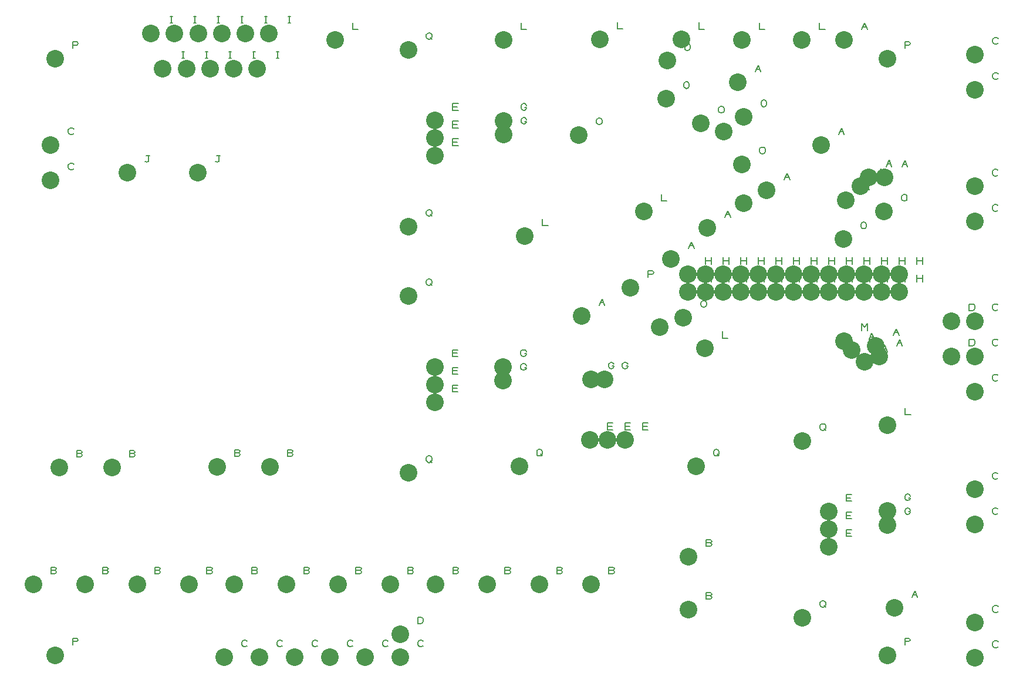
<source format=gbr>
%FSLAX23Y23*%
%MOIN*%
G04 EasyPC Gerber Version 17.0 Build 3379 *
%ADD26C,0.00500*%
%ADD129C,0.10000*%
X0Y0D02*
D02*
D26*
X275Y793D02*
X281Y789D01*
X284Y783*
X281Y777*
X275Y774*
X253*
Y811*
X275*
X281Y808*
X284Y802*
X281Y796*
X275Y793*
X253*
X383Y3073D02*
X380Y3070D01*
X373Y3067*
X364*
X358Y3070*
X355Y3073*
X352Y3079*
Y3092*
X355Y3098*
X358Y3101*
X364Y3104*
X373*
X380Y3101*
X383Y3098*
Y3273D02*
X380Y3270D01*
X373Y3267*
X364*
X358Y3270*
X355Y3273*
X352Y3279*
Y3292*
X355Y3298*
X358Y3301*
X364Y3304*
X373*
X380Y3301*
X383Y3298*
X378Y370D02*
Y407D01*
X400*
X406Y404*
X409Y398*
X406Y392*
X400Y389*
X378*
Y3756D02*
Y3793D01*
X400*
X406Y3790*
X409Y3784*
X406Y3778*
X400Y3775*
X378*
X422Y1456D02*
X428Y1453D01*
X431Y1446*
X428Y1440*
X422Y1437*
X400*
Y1474*
X422*
X428Y1471*
X431Y1465*
X428Y1459*
X422Y1456*
X400*
X570Y793D02*
X576Y789D01*
X580Y783*
X576Y777*
X570Y774*
X548*
Y811*
X570*
X576Y808*
X580Y802*
X576Y796*
X570Y793*
X548*
X722Y1456D02*
X728Y1453D01*
X731Y1446*
X728Y1440*
X722Y1437*
X700*
Y1474*
X722*
X728Y1471*
X731Y1465*
X728Y1459*
X722Y1456*
X700*
X789Y3115D02*
X792Y3112D01*
X798Y3109*
X804Y3112*
X807Y3115*
Y3147*
X814*
X807D02*
X795D01*
X866Y793D02*
X872Y789D01*
X875Y783*
X872Y777*
X866Y774*
X844*
Y811*
X866*
X872Y808*
X875Y802*
X872Y796*
X866Y793*
X844*
X931Y3899D02*
X944D01*
X937D02*
Y3936D01*
X931D02*
X944D01*
X998Y3699D02*
X1011D01*
X1004D02*
Y3736D01*
X998D02*
X1011D01*
X1065Y3899D02*
X1078D01*
X1071D02*
Y3936D01*
X1065D02*
X1078D01*
X1132Y3699D02*
X1145D01*
X1138D02*
Y3736D01*
X1132D02*
X1145D01*
X1161Y793D02*
X1167Y789D01*
X1170Y783*
X1167Y777*
X1161Y774*
X1139*
Y811*
X1161*
X1167Y808*
X1170Y802*
X1167Y796*
X1161Y793*
X1139*
X1189Y3115D02*
X1192Y3112D01*
X1198Y3109*
X1204Y3112*
X1207Y3115*
Y3147*
X1214*
X1207D02*
X1195D01*
X1199Y3899D02*
X1212D01*
X1205D02*
Y3936D01*
X1199D02*
X1212D01*
X1266Y3699D02*
X1279D01*
X1272D02*
Y3736D01*
X1266D02*
X1279D01*
X1319Y1460D02*
X1326Y1456D01*
X1329Y1450*
X1326Y1444*
X1319Y1441*
X1297*
Y1478*
X1319*
X1326Y1475*
X1329Y1469*
X1326Y1463*
X1319Y1460*
X1297*
X1333Y3899D02*
X1346D01*
X1339D02*
Y3936D01*
X1333D02*
X1346D01*
X1368Y365D02*
X1365Y362D01*
X1359Y359*
X1349*
X1343Y362*
X1340Y365*
X1337Y372*
Y384*
X1340Y390*
X1343Y394*
X1349Y397*
X1359*
X1365Y394*
X1368Y390*
X1400Y3699D02*
X1413D01*
X1406D02*
Y3736D01*
X1400D02*
X1413D01*
X1417Y793D02*
X1423Y789D01*
X1426Y783*
X1423Y777*
X1417Y774*
X1395*
Y811*
X1417*
X1423Y808*
X1426Y802*
X1423Y796*
X1417Y793*
X1395*
X1467Y3899D02*
X1480D01*
X1473D02*
Y3936D01*
X1467D02*
X1480D01*
X1534Y3699D02*
X1547D01*
X1540D02*
Y3736D01*
X1534D02*
X1547D01*
X1568Y365D02*
X1565Y362D01*
X1559Y359*
X1549*
X1543Y362*
X1540Y365*
X1537Y372*
Y384*
X1540Y390*
X1543Y394*
X1549Y397*
X1559*
X1565Y394*
X1568Y390*
X1601Y3899D02*
X1614D01*
X1607D02*
Y3936D01*
X1601D02*
X1614D01*
X1619Y1460D02*
X1626Y1456D01*
X1629Y1450*
X1626Y1444*
X1619Y1441*
X1597*
Y1478*
X1619*
X1626Y1475*
X1629Y1469*
X1626Y1463*
X1619Y1460*
X1597*
X1712Y793D02*
X1718Y789D01*
X1721Y783*
X1718Y777*
X1712Y774*
X1690*
Y811*
X1712*
X1718Y808*
X1721Y802*
X1718Y796*
X1712Y793*
X1690*
X1768Y365D02*
X1765Y362D01*
X1759Y359*
X1749*
X1743Y362*
X1740Y365*
X1737Y372*
Y384*
X1740Y390*
X1743Y394*
X1749Y397*
X1759*
X1765Y394*
X1768Y390*
X1968Y365D02*
X1965Y362D01*
X1959Y359*
X1949*
X1943Y362*
X1940Y365*
X1937Y372*
Y384*
X1940Y390*
X1943Y394*
X1949Y397*
X1959*
X1965Y394*
X1968Y390*
X1968Y3900D02*
Y3862D01*
X1999*
X2007Y793D02*
X2014Y789D01*
X2017Y783*
X2014Y777*
X2007Y774*
X1985*
Y811*
X2007*
X2014Y808*
X2017Y802*
X2014Y796*
X2007Y793*
X1985*
X2168Y365D02*
X2165Y362D01*
X2159Y359*
X2149*
X2143Y362*
X2140Y365*
X2137Y372*
Y384*
X2140Y390*
X2143Y394*
X2149Y397*
X2159*
X2165Y394*
X2168Y390*
X2303Y793D02*
X2309Y789D01*
X2312Y783*
X2309Y777*
X2303Y774*
X2281*
Y811*
X2303*
X2309Y808*
X2312Y802*
X2309Y796*
X2303Y793*
X2281*
X2368Y365D02*
X2365Y362D01*
X2359Y359*
X2349*
X2343Y362*
X2340Y365*
X2337Y372*
Y384*
X2340Y390*
X2343Y394*
X2349Y397*
X2359*
X2365Y394*
X2368Y390*
X2337Y491D02*
Y528D01*
X2356*
X2362Y525*
X2365Y522*
X2368Y516*
Y503*
X2365Y497*
X2362Y494*
X2356Y491*
X2337*
X2385Y1418D02*
Y1430D01*
X2389Y1437*
X2392Y1440*
X2398Y1443*
X2404*
X2410Y1440*
X2413Y1437*
X2417Y1430*
Y1418*
X2413Y1412*
X2410Y1409*
X2404Y1405*
X2398*
X2392Y1409*
X2389Y1412*
X2385Y1418*
X2407Y1415D02*
X2417Y1405D01*
X2385Y2422D02*
Y2434D01*
X2389Y2441*
X2392Y2444*
X2398Y2447*
X2404*
X2410Y2444*
X2413Y2441*
X2417Y2434*
Y2422*
X2413Y2416*
X2410Y2412*
X2404Y2409*
X2398*
X2392Y2412*
X2389Y2416*
X2385Y2422*
X2407Y2419D02*
X2417Y2409D01*
X2386Y2816D02*
Y2828D01*
X2389Y2834*
X2393Y2837*
X2399Y2841*
X2405*
X2411Y2837*
X2414Y2834*
X2418Y2828*
Y2816*
X2414Y2809*
X2411Y2806*
X2405Y2803*
X2399*
X2393Y2806*
X2389Y2809*
X2386Y2816*
X2408Y2812D02*
X2418Y2803D01*
X2386Y3819D02*
Y3832D01*
X2389Y3838*
X2393Y3841*
X2399Y3844*
X2405*
X2411Y3841*
X2414Y3838*
X2418Y3832*
Y3819*
X2414Y3813*
X2411Y3810*
X2405Y3807*
X2399*
X2393Y3810*
X2389Y3813*
X2386Y3819*
X2408Y3816D02*
X2418Y3807D01*
X2535Y1807D02*
Y1845D01*
X2566*
X2560Y1826D02*
X2535D01*
Y1807D02*
X2566D01*
X2535Y1907D02*
Y1945D01*
X2566*
X2560Y1926D02*
X2535D01*
Y1907D02*
X2566D01*
X2535Y2007D02*
Y2045D01*
X2566*
X2560Y2026D02*
X2535D01*
Y2007D02*
X2566D01*
X2536Y3205D02*
Y3243D01*
X2567*
X2561Y3224D02*
X2536D01*
Y3205D02*
X2567D01*
X2536Y3305D02*
Y3343D01*
X2567*
X2561Y3324D02*
X2536D01*
Y3305D02*
X2567D01*
X2536Y3405D02*
Y3443D01*
X2567*
X2561Y3424D02*
X2536D01*
Y3405D02*
X2567D01*
X2558Y793D02*
X2565Y789D01*
X2568Y783*
X2565Y777*
X2558Y774*
X2537*
Y811*
X2558*
X2565Y808*
X2568Y802*
X2565Y796*
X2558Y793*
X2537*
X2854D02*
X2860Y789D01*
X2863Y783*
X2860Y777*
X2854Y774*
X2832*
Y811*
X2854*
X2860Y808*
X2863Y802*
X2860Y796*
X2854Y793*
X2832*
X2944Y1945D02*
X2954D01*
Y1942*
X2951Y1935*
X2947Y1932*
X2941Y1929*
X2935*
X2929Y1932*
X2926Y1935*
X2922Y1942*
Y1954*
X2926Y1960*
X2929Y1963*
X2935Y1967*
X2941*
X2947Y1963*
X2951Y1960*
X2954Y1954*
X2944Y2023D02*
X2954D01*
Y2020*
X2951Y2014*
X2947Y2011*
X2941Y2008*
X2935*
X2929Y2011*
X2926Y2014*
X2922Y2020*
Y2033*
X2926Y2039*
X2929Y2042*
X2935Y2045*
X2941*
X2947Y2042*
X2951Y2039*
X2954Y2033*
X2946Y3341D02*
X2956D01*
Y3338*
X2952Y3332*
X2949Y3329*
X2943Y3326*
X2937*
X2931Y3329*
X2927Y3332*
X2924Y3338*
Y3351*
X2927Y3357*
X2931Y3360*
X2937Y3363*
X2943*
X2949Y3360*
X2952Y3357*
X2956Y3351*
X2946Y3420D02*
X2956D01*
Y3417*
X2952Y3411*
X2949Y3408*
X2943Y3404*
X2937*
X2931Y3408*
X2927Y3411*
X2924Y3417*
Y3429*
X2927Y3436*
X2931Y3439*
X2937Y3442*
X2943*
X2949Y3439*
X2952Y3436*
X2956Y3429*
X2924Y3900D02*
Y3862D01*
X2956*
X3013Y1455D02*
Y1467D01*
X3016Y1473*
X3019Y1477*
X3025Y1480*
X3032*
X3038Y1477*
X3041Y1473*
X3044Y1467*
Y1455*
X3041Y1448*
X3038Y1445*
X3032Y1442*
X3025*
X3019Y1445*
X3016Y1448*
X3013Y1455*
X3035Y1452D02*
X3044Y1442D01*
X3046Y2787D02*
Y2750D01*
X3078*
X3149Y793D02*
X3155Y789D01*
X3158Y783*
X3155Y777*
X3149Y774*
X3127*
Y811*
X3149*
X3155Y808*
X3158Y802*
X3155Y796*
X3149Y793*
X3127*
X3352Y3335D02*
Y3348D01*
X3356Y3354*
X3359Y3357*
X3365Y3360*
X3371*
X3377Y3357*
X3381Y3354*
X3384Y3348*
Y3335*
X3381Y3329*
X3377Y3326*
X3371Y3323*
X3365*
X3359Y3326*
X3356Y3329*
X3352Y3335*
X3367Y2296D02*
X3383Y2334D01*
X3399Y2296*
X3374Y2312D02*
X3392D01*
X3415Y1591D02*
Y1629D01*
X3446*
X3440Y1610D02*
X3415D01*
Y1591D02*
X3446D01*
X3442Y1953D02*
X3452D01*
Y1949*
X3449Y1943*
X3445Y1940*
X3439Y1937*
X3433*
X3427Y1940*
X3424Y1943*
X3420Y1949*
Y1962*
X3424Y1968*
X3427Y1971*
X3433Y1974*
X3439*
X3445Y1971*
X3449Y1968*
X3452Y1962*
X3444Y793D02*
X3451Y789D01*
X3454Y783*
X3451Y777*
X3444Y774*
X3422*
Y811*
X3444*
X3451Y808*
X3454Y802*
X3451Y796*
X3444Y793*
X3422*
X3471Y3904D02*
Y3866D01*
X3502*
X3521Y1953D02*
X3530D01*
Y1949*
X3527Y1943*
X3524Y1940*
X3518Y1937*
X3512*
X3505Y1940*
X3502Y1943*
X3499Y1949*
Y1962*
X3502Y1968*
X3505Y1971*
X3512Y1974*
X3518*
X3524Y1971*
X3527Y1968*
X3530Y1962*
X3515Y1591D02*
Y1629D01*
X3546*
X3540Y1610D02*
X3515D01*
Y1591D02*
X3546D01*
X3615D02*
Y1629D01*
X3646*
X3640Y1610D02*
X3615D01*
Y1591D02*
X3646D01*
X3646Y2457D02*
Y2494D01*
X3668*
X3674Y2491*
X3677Y2485*
X3674Y2478*
X3668Y2475*
X3646*
X3720Y2927D02*
Y2890D01*
X3751*
X3811Y2245D02*
Y2257D01*
X3814Y2263*
X3817Y2267*
X3824Y2270*
X3830*
X3836Y2267*
X3839Y2263*
X3842Y2257*
Y2245*
X3839Y2238*
X3836Y2235*
X3830Y2232*
X3824*
X3817Y2235*
X3814Y2238*
X3811Y2245*
X3848Y3541D02*
Y3553D01*
X3851Y3560*
X3854Y3563*
X3860Y3566*
X3866*
X3873Y3563*
X3876Y3560*
X3879Y3553*
Y3541*
X3876Y3535*
X3873Y3532*
X3866Y3528*
X3860*
X3854Y3532*
X3851Y3535*
X3848Y3541*
X3853Y3757D02*
Y3770D01*
X3856Y3776*
X3859Y3779*
X3865Y3782*
X3871*
X3878Y3779*
X3881Y3776*
X3884Y3770*
Y3757*
X3881Y3751*
X3878Y3748*
X3871Y3745*
X3865*
X3859Y3748*
X3856Y3751*
X3853Y3757*
X3876Y2620D02*
X3892Y2657D01*
X3907Y2620*
X3882Y2636D02*
X3901D01*
X3934Y3903D02*
Y3865D01*
X3965*
X3946Y2299D02*
Y2311D01*
X3949Y2318*
X3952Y2321*
X3959Y2324*
X3965*
X3971Y2321*
X3974Y2318*
X3977Y2311*
Y2299*
X3974Y2293*
X3971Y2289*
X3965Y2286*
X3959*
X3952Y2289*
X3949Y2293*
X3946Y2299*
X3972Y2431D02*
Y2469D01*
Y2450D02*
X4004D01*
Y2431D02*
Y2469D01*
X3972Y2531D02*
Y2569D01*
Y2550D02*
X4004D01*
Y2531D02*
Y2569D01*
X3997Y649D02*
X4004Y645D01*
X4007Y639*
X4004Y633*
X3997Y630*
X3976*
Y667*
X3997*
X4004Y664*
X4007Y658*
X4004Y652*
X3997Y649*
X3976*
X3997Y949D02*
X4004Y945D01*
X4007Y939*
X4004Y933*
X3997Y930*
X3976*
Y967*
X3997*
X4004Y964*
X4007Y958*
X4004Y952*
X3997Y949*
X3976*
X4017Y1455D02*
Y1467D01*
X4020Y1473*
X4023Y1477*
X4029Y1480*
X4036*
X4042Y1477*
X4045Y1473*
X4048Y1467*
Y1455*
X4045Y1448*
X4042Y1445*
X4036Y1442*
X4029*
X4023Y1445*
X4020Y1448*
X4017Y1455*
X4039Y1452D02*
X4048Y1442D01*
X4045Y3401D02*
Y3414D01*
X4049Y3420*
X4052Y3423*
X4058Y3426*
X4064*
X4070Y3423*
X4074Y3420*
X4077Y3414*
Y3401*
X4074Y3395*
X4070Y3392*
X4064Y3389*
X4058*
X4052Y3392*
X4049Y3395*
X4045Y3401*
X4068Y2149D02*
Y2111D01*
X4099*
X4072Y2431D02*
Y2469D01*
Y2450D02*
X4104D01*
Y2431D02*
Y2469D01*
X4072Y2531D02*
Y2569D01*
Y2550D02*
X4104D01*
Y2531D02*
Y2569D01*
X4082Y2796D02*
X4098Y2834D01*
X4114Y2796*
X4089Y2812D02*
X4107D01*
X4172Y2431D02*
Y2469D01*
Y2450D02*
X4204D01*
Y2431D02*
Y2469D01*
X4172Y2531D02*
Y2569D01*
Y2550D02*
X4204D01*
Y2531D02*
Y2569D01*
X4176Y3355D02*
Y3367D01*
X4179Y3374*
X4183Y3377*
X4189Y3380*
X4195*
X4201Y3377*
X4204Y3374*
X4208Y3367*
Y3355*
X4204Y3349*
X4201Y3346*
X4195Y3342*
X4189*
X4183Y3346*
X4179Y3349*
X4176Y3355*
X4255Y3622D02*
X4271Y3659D01*
X4286Y3622*
X4261Y3638D02*
X4280D01*
X4272Y2431D02*
Y2469D01*
Y2450D02*
X4304D01*
Y2431D02*
Y2469D01*
X4272Y2531D02*
Y2569D01*
Y2550D02*
X4304D01*
Y2531D02*
Y2569D01*
X4277Y3901D02*
Y3863D01*
X4308*
X4279Y3170D02*
Y3182D01*
X4282Y3189*
X4285Y3192*
X4291Y3195*
X4297*
X4304Y3192*
X4307Y3189*
X4310Y3182*
Y3170*
X4307Y3164*
X4304Y3160*
X4297Y3157*
X4291*
X4285Y3160*
X4282Y3164*
X4279Y3170*
X4287Y2974D02*
Y2937D01*
X4318*
X4287Y3438D02*
Y3450D01*
X4290Y3456*
X4293Y3459*
X4299Y3463*
X4305*
X4312Y3459*
X4315Y3456*
X4318Y3450*
Y3438*
X4315Y3431*
X4312Y3428*
X4305Y3425*
X4299*
X4293Y3428*
X4290Y3431*
X4287Y3438*
X4372Y2431D02*
Y2469D01*
Y2450D02*
X4404D01*
Y2431D02*
Y2469D01*
X4372Y2531D02*
Y2569D01*
Y2550D02*
X4404D01*
Y2531D02*
Y2569D01*
X4418Y3010D02*
X4434Y3047D01*
X4450Y3010*
X4425Y3025D02*
X4443D01*
X4472Y2431D02*
Y2469D01*
Y2450D02*
X4504D01*
Y2431D02*
Y2469D01*
X4472Y2531D02*
Y2569D01*
Y2550D02*
X4504D01*
Y2531D02*
Y2569D01*
X4572Y2431D02*
Y2469D01*
Y2450D02*
X4604D01*
Y2431D02*
Y2469D01*
X4572Y2531D02*
Y2569D01*
Y2550D02*
X4604D01*
Y2531D02*
Y2569D01*
X4619Y3901D02*
Y3863D01*
X4650*
X4622Y596D02*
Y609D01*
X4625Y615*
X4628Y618*
X4634Y621*
X4640*
X4647Y618*
X4650Y615*
X4653Y609*
Y596*
X4650Y590*
X4647Y587*
X4640Y584*
X4634*
X4628Y587*
X4625Y590*
X4622Y596*
X4643Y593D02*
X4653Y584D01*
X4622Y1600D02*
Y1612D01*
X4625Y1619*
X4628Y1622*
X4634Y1625*
X4640*
X4647Y1622*
X4650Y1619*
X4653Y1612*
Y1600*
X4650Y1594*
X4647Y1591*
X4640Y1587*
X4634*
X4628Y1591*
X4625Y1594*
X4622Y1600*
X4643Y1597D02*
X4653Y1587D01*
X4672Y2431D02*
Y2469D01*
Y2450D02*
X4704D01*
Y2431D02*
Y2469D01*
X4672Y2531D02*
Y2569D01*
Y2550D02*
X4704D01*
Y2531D02*
Y2569D01*
X4728Y3268D02*
X4743Y3305D01*
X4759Y3268*
X4734Y3283D02*
X4753D01*
X4771Y986D02*
Y1023D01*
X4802*
X4796Y1004D02*
X4771D01*
Y986D02*
X4802D01*
X4771Y1086D02*
Y1123D01*
X4802*
X4796Y1104D02*
X4771D01*
Y1086D02*
X4802D01*
X4771Y1186D02*
Y1223D01*
X4802*
X4796Y1204D02*
X4771D01*
Y1186D02*
X4802D01*
X4772Y2431D02*
Y2469D01*
Y2450D02*
X4804D01*
Y2431D02*
Y2469D01*
X4772Y2531D02*
Y2569D01*
Y2550D02*
X4804D01*
Y2531D02*
Y2569D01*
X4853Y2745D02*
Y2757D01*
X4857Y2763*
X4860Y2767*
X4866Y2770*
X4872*
X4878Y2767*
X4882Y2763*
X4885Y2757*
Y2745*
X4882Y2738*
X4878Y2735*
X4872Y2732*
X4866*
X4860Y2735*
X4857Y2738*
X4853Y2745*
X4859Y2154D02*
Y2192D01*
X4875Y2173*
X4891Y2192*
Y2154*
X4859Y3862D02*
X4875Y3900D01*
X4891Y3862*
X4866Y3878D02*
X4884D01*
X4869Y2952D02*
X4885Y2989D01*
X4900Y2952*
X4875Y2967D02*
X4894D01*
X4872Y2431D02*
Y2469D01*
Y2450D02*
X4904D01*
Y2431D02*
Y2469D01*
X4872Y2531D02*
Y2569D01*
Y2550D02*
X4904D01*
Y2531D02*
Y2569D01*
X4901Y2102D02*
X4916Y2140D01*
X4932Y2102*
X4907Y2118D02*
X4926D01*
X4952Y3034D02*
X4968Y3072D01*
X4983Y3034*
X4958Y3050D02*
X4977D01*
X4972Y2431D02*
Y2469D01*
Y2450D02*
X5004D01*
Y2431D02*
Y2469D01*
X4972Y2531D02*
Y2569D01*
Y2550D02*
X5004D01*
Y2531D02*
Y2569D01*
X4974Y2035D02*
X4989Y2073D01*
X5005Y2035*
X4980Y2051D02*
X4999D01*
X4997Y3085D02*
X5013Y3122D01*
X5028Y3085*
X5003Y3100D02*
X5022D01*
X5039Y2127D02*
X5054Y2164D01*
X5070Y2127*
X5045Y2142D02*
X5064D01*
X5058Y2067D02*
X5074Y2104D01*
X5089Y2067*
X5064Y2082D02*
X5083D01*
X5072Y2431D02*
Y2469D01*
Y2450D02*
X5104D01*
Y2431D02*
Y2469D01*
X5072Y2531D02*
Y2569D01*
Y2550D02*
X5104D01*
Y2531D02*
Y2569D01*
X5085Y2901D02*
Y2914D01*
X5088Y2920*
X5091Y2923*
X5097Y2926*
X5104*
X5110Y2923*
X5113Y2920*
X5116Y2914*
Y2901*
X5113Y2895*
X5110Y2892*
X5104Y2889*
X5097*
X5091Y2892*
X5088Y2895*
X5085Y2901*
X5088Y3083D02*
X5103Y3120D01*
X5119Y3083*
X5094Y3098D02*
X5113D01*
X5103Y370D02*
Y407D01*
X5124*
X5131Y404*
X5134Y398*
X5131Y392*
X5124Y389*
X5103*
Y3756D02*
Y3793D01*
X5124*
X5131Y3790*
X5134Y3784*
X5131Y3778*
X5124Y3775*
X5103*
X5126Y1126D02*
X5135D01*
Y1123*
X5132Y1116*
X5129Y1113*
X5122Y1110*
X5116*
X5110Y1113*
X5107Y1116*
X5104Y1123*
Y1135*
X5107Y1141*
X5110Y1145*
X5116Y1148*
X5122*
X5129Y1145*
X5132Y1141*
X5135Y1135*
X5126Y1204D02*
X5135D01*
Y1201*
X5132Y1195*
X5129Y1192*
X5122Y1189*
X5116*
X5110Y1192*
X5107Y1195*
X5104Y1201*
Y1214*
X5107Y1220*
X5110Y1223*
X5116Y1226*
X5122*
X5129Y1223*
X5132Y1220*
X5135Y1214*
X5105Y1714D02*
Y1676D01*
X5137*
X5145Y639D02*
X5160Y676D01*
X5176Y639*
X5151Y654D02*
X5170D01*
X5172Y2431D02*
Y2469D01*
Y2450D02*
X5204D01*
Y2431D02*
Y2469D01*
X5172Y2531D02*
Y2569D01*
Y2550D02*
X5204D01*
Y2531D02*
Y2569D01*
X5469Y2068D02*
Y2105D01*
X5487*
X5494Y2102*
X5497Y2099*
X5500Y2093*
Y2080*
X5497Y2074*
X5494Y2071*
X5487Y2068*
X5469*
X5469Y2268D02*
Y2305D01*
X5488*
X5494Y2302*
X5497Y2299*
X5500Y2293*
Y2280*
X5497Y2274*
X5494Y2271*
X5488Y2268*
X5469*
X5632Y1117D02*
X5629Y1114D01*
X5622Y1111*
X5613*
X5607Y1114*
X5604Y1117*
X5600Y1123*
Y1136*
X5604Y1142*
X5607Y1145*
X5613Y1148*
X5622*
X5629Y1145*
X5632Y1142*
Y1317D02*
X5629Y1314D01*
X5622Y1311*
X5613*
X5607Y1314*
X5604Y1317*
X5600Y1323*
Y1336*
X5604Y1342*
X5607Y1345*
X5613Y1348*
X5622*
X5629Y1345*
X5632Y1342*
Y1874D02*
X5629Y1871D01*
X5622Y1868*
X5613*
X5607Y1871*
X5604Y1874*
X5600Y1880*
Y1893*
X5604Y1899*
X5607Y1902*
X5613Y1905*
X5622*
X5629Y1902*
X5632Y1899*
Y2074D02*
X5629Y2071D01*
X5622Y2068*
X5613*
X5607Y2071*
X5604Y2074*
X5600Y2080*
Y2093*
X5604Y2099*
X5607Y2102*
X5613Y2105*
X5622*
X5629Y2102*
X5632Y2099*
Y2274D02*
X5629Y2271D01*
X5622Y2268*
X5613*
X5607Y2271*
X5604Y2274*
X5600Y2280*
Y2293*
X5604Y2299*
X5607Y2302*
X5613Y2305*
X5622*
X5629Y2302*
X5632Y2299*
Y2838D02*
X5629Y2835D01*
X5622Y2831*
X5613*
X5607Y2835*
X5604Y2838*
X5600Y2844*
Y2856*
X5604Y2863*
X5607Y2866*
X5613Y2869*
X5622*
X5629Y2866*
X5632Y2863*
Y3038D02*
X5629Y3035D01*
X5622Y3031*
X5613*
X5607Y3035*
X5604Y3038*
X5600Y3044*
Y3056*
X5604Y3063*
X5607Y3066*
X5613Y3069*
X5622*
X5629Y3066*
X5632Y3063*
X5633Y361D02*
X5630Y358D01*
X5623Y355*
X5614*
X5608Y358*
X5605Y361*
X5602Y368*
Y380*
X5605Y386*
X5608Y389*
X5614Y393*
X5623*
X5630Y389*
X5633Y386*
Y561D02*
X5630Y558D01*
X5623Y555*
X5614*
X5608Y558*
X5605Y561*
X5602Y568*
Y580*
X5605Y586*
X5608Y589*
X5614Y593*
X5623*
X5630Y589*
X5633Y586*
Y3586D02*
X5630Y3583D01*
X5623Y3579*
X5614*
X5608Y3583*
X5605Y3586*
X5602Y3592*
Y3604*
X5605Y3611*
X5608Y3614*
X5614Y3617*
X5623*
X5630Y3614*
X5633Y3611*
Y3786D02*
X5630Y3783D01*
X5623Y3779*
X5614*
X5608Y3783*
X5605Y3786*
X5602Y3792*
Y3804*
X5605Y3811*
X5608Y3814*
X5614Y3817*
X5623*
X5630Y3814*
X5633Y3811*
D02*
D129*
X153Y714D03*
X252Y3007D03*
Y3207D03*
X278Y311D03*
Y3696D03*
X300Y1378D03*
X448Y714D03*
X600Y1378D03*
X689Y3050D03*
X744Y714D03*
X822Y3839D03*
X889Y3639D03*
X956Y3839D03*
X1023Y3639D03*
X1039Y714D03*
X1089Y3050D03*
X1090Y3839D03*
X1157Y3639D03*
X1197Y1381D03*
X1224Y3839D03*
X1237Y300D03*
X1291Y3639D03*
X1295Y714D03*
X1358Y3839D03*
X1425Y3639D03*
X1437Y300D03*
X1492Y3839D03*
X1497Y1381D03*
X1590Y714D03*
X1637Y300D03*
X1837D03*
X1868Y3803D03*
X1885Y714D03*
X2037Y300D03*
X2181Y714D03*
X2237Y300D03*
Y431D03*
X2285Y1346D03*
Y2350D03*
X2286Y2744D03*
Y3748D03*
X2435Y1748D03*
Y1848D03*
Y1948D03*
X2436Y3146D03*
Y3246D03*
Y3346D03*
X2437Y714D03*
X2732D03*
X2822Y1870D03*
Y1948D03*
X2824Y3266D03*
Y3345D03*
Y3803D03*
X2913Y1383D03*
X2946Y2691D03*
X3027Y714D03*
X3252Y3263D03*
X3267Y2237D03*
X3315Y1532D03*
X3320Y1878D03*
X3322Y714D03*
X3371Y3807D03*
X3399Y1878D03*
X3415Y1532D03*
X3515D03*
X3546Y2397D03*
X3620Y2830D03*
X3711Y2173D03*
X3748Y3469D03*
X3753Y3686D03*
X3776Y2561D03*
X3834Y3806D03*
X3846Y2227D03*
X3872Y2372D03*
Y2472D03*
X3876Y570D03*
Y870D03*
X3917Y1383D03*
X3945Y3329D03*
X3968Y2052D03*
X3972Y2372D03*
Y2472D03*
X3982Y2737D03*
X4072Y2372D03*
Y2472D03*
X4076Y3283D03*
X4155Y3563D03*
X4172Y2372D03*
Y2472D03*
X4177Y3804D03*
X4179Y3098D03*
X4187Y2878D03*
Y3366D03*
X4272Y2372D03*
Y2472D03*
X4318Y2950D03*
X4372Y2372D03*
Y2472D03*
X4472Y2372D03*
Y2472D03*
X4519Y3804D03*
X4522Y524D03*
Y1528D03*
X4572Y2372D03*
Y2472D03*
X4628Y3208D03*
X4671Y926D03*
Y1026D03*
Y1126D03*
X4672Y2372D03*
Y2472D03*
X4753Y2673D03*
X4759Y2095D03*
Y3803D03*
X4769Y2892D03*
X4772Y2372D03*
Y2472D03*
X4801Y2043D03*
X4852Y2975D03*
X4872Y2372D03*
Y2472D03*
X4874Y1976D03*
X4897Y3025D03*
X4939Y2067D03*
X4958Y2007D03*
X4972Y2372D03*
Y2472D03*
X4985Y2829D03*
X4988Y3023D03*
X5003Y311D03*
Y3696D03*
X5004Y1051D03*
Y1129D03*
X5005Y1617D03*
X5045Y579D03*
X5072Y2372D03*
Y2472D03*
X5369Y2008D03*
X5369Y2208D03*
X5500Y1052D03*
Y1252D03*
Y1808D03*
Y2008D03*
Y2208D03*
Y2772D03*
Y2972D03*
X5502Y296D03*
Y496D03*
Y3520D03*
Y3720D03*
X0Y0D02*
M02*

</source>
